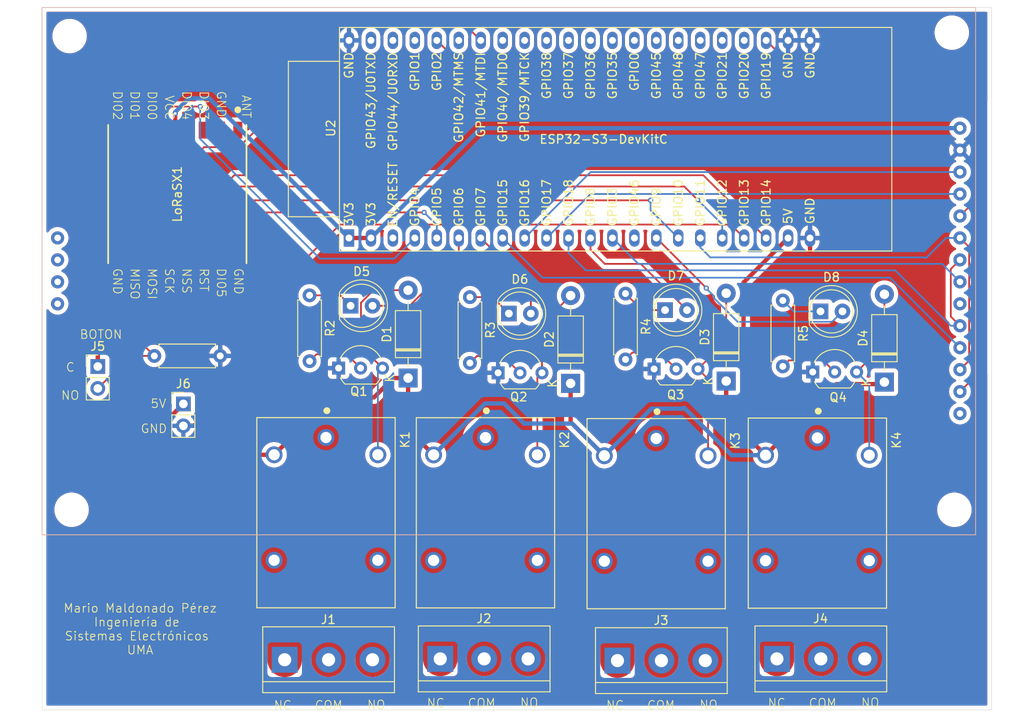
<source format=kicad_pcb>
(kicad_pcb (version 20240108) (generator "pcbnew") (generator_version "8.0")
  (layers (0 "F.Cu" signal) (31 "B.Cu" signal) (34 "B.Paste" user) (35 "F.Paste" user) (36 "B.SilkS" user "B.Silkscreen") (37 "F.SilkS" user "F.Silkscreen") (38 "B.Mask" user) (39 "F.Mask" user) (44 "Edge.Cuts" user))
  (net 0 "")
  (net 1 "/5V")
  (net 2 "Net-(D1-A)")
  (net 3 "Net-(D2-A)")
  (net 4 "Net-(D3-A)")
  (net 5 "Net-(D4-A)")
  (net 6 "Net-(D5-K)")
  (net 7 "/gpio6")
  (net 8 "/gpio7")
  (net 9 "Net-(D6-K)")
  (net 10 "Net-(D7-K)")
  (net 11 "/gpio8")
  (net 12 "Net-(D8-K)")
  (net 13 "/gpio9")
  (net 14 "/RELE13")
  (net 15 "/RELE11")
  (net 16 "/RELE12")
  (net 17 "/RELE23")
  (net 18 "/RELE22")
  (net 19 "/RELE21")
  (net 20 "/RELE33")
  (net 21 "/RELE32")
  (net 22 "/RELE31")
  (net 23 "/3V3")
  (net 24 "/NO")
  (net 25 "/GND")
  (net 27 "/gpio5")
  (net 28 "/gpio13")
  (net 31 "/gpio10")
  (net 34 "/gpio14")
  (net 35 "/gpio12")
  (net 36 "/gpio4")
  (net 40 "Net-(Q1-B)")
  (net 41 "Net-(Q2-B)")
  (net 42 "Net-(Q3-B)")
  (net 43 "Net-(Q4-B)")
  (net 44 "/gpio15")
  (net 47 "/gpio17")
  (net 49 "/gpio11")
  (net 50 "/gpio16")
  (net 51 "/gpio18")
  (net 52 "/gpio19")
  (net 53 "/gpio2")
  (net 56 "/gpio3")
  (net 76 "/RELE42")
  (net 77 "/RELE43")
  (net 78 "/RELE41")
  (footprint "libreria_huellas:R_Axial_DIN0207_L6.3mm_D2.5mm_P7.62mm_Horizontal" (layer "F.Cu") (at 181.35 69.09 -90)
    (property "Reference" "R5" (at 3.81 -2.37 90) (layer "F.SilkS"))
    (property "Value" "R")
    (pad "1" thru_hole circle (at 0 0 270) (size 1.6 1.6) (drill 0.8) (layers "*.Cu" "*.Mask") (net 12 "Net-(D8-K)"))
    (pad "2" thru_hole oval (at 7.62 0 270) (size 1.6 1.6) (drill 0.8) (layers "*.Cu" "*.Mask") (net 43 "Net-(Q4-B)"))
  )
  (footprint "libreria_huellas:PinHeader_1x02_P2.54mm_Vertical" (layer "F.Cu") (at 102.1 76.725)
    (property "Reference" "J5" (at 0 -2.33 0) (layer "F.SilkS"))
    (property "Value" "Conn_01x02")
    (pad "1" thru_hole rect (at 0 0) (size 1.7 1.7) (drill 1) (layers "*.Cu" "*.Mask") (net 23 "/3V3"))
    (pad "2" thru_hole oval (at 0 2.54) (size 1.7 1.7) (drill 1) (layers "*.Cu" "*.Mask") (net 24 "/NO"))
  )
  (footprint "libreria_huellas:LED_D5.0mm" (layer "F.Cu") (at 131.35 69.7)
    (property "Reference" "D5" (at 1.27 -3.96 0) (layer "F.SilkS"))
    (property "Value" "LED")
    (pad "1" thru_hole rect (at 0 0) (size 1.8 1.8) (drill 0.9) (layers "*.Cu" "*.Mask") (net 6 "Net-(D5-K)"))
    (pad "2" thru_hole circle (at 2.54 0) (size 1.8 1.8) (drill 0.9) (layers "*.Cu" "*.Mask") (net 7 "/gpio6"))
  )
  (footprint "libreria_huellas:TO-92_Inline_Wide" (layer "F.Cu") (at 184.81 77.36)
    (property "Reference" "Q4" (at 2.94 2.94 0) (layer "F.SilkS"))
    (property "Value" "2N3904")
    (pad "1" thru_hole rect (at 0 0) (size 1.5 1.5) (drill 0.8) (layers "*.Cu" "*.Mask") (net 25 "/GND"))
    (pad "2" thru_hole circle (at 2.54 0) (size 1.5 1.5) (drill 0.8) (layers "*.Cu" "*.Mask") (net 43 "Net-(Q4-B)"))
    (pad "3" thru_hole circle (at 5.08 0) (size 1.5 1.5) (drill 0.8) (layers "*.Cu" "*.Mask") (net 5 "Net-(D4-A)"))
  )
  (footprint "libreria_huellas:R_Axial_DIN0207_L6.3mm_D2.5mm_P7.62mm_Horizontal" (layer "F.Cu") (at 126.6 68.49 -90)
    (property "Reference" "R2" (at 3.81 -2.37 90) (layer "F.SilkS"))
    (property "Value" "R")
    (pad "1" thru_hole circle (at 0 0 270) (size 1.6 1.6) (drill 0.8) (layers "*.Cu" "*.Mask") (net 6 "Net-(D5-K)"))
    (pad "2" thru_hole oval (at 7.62 0 270) (size 1.6 1.6) (drill 0.8) (layers "*.Cu" "*.Mask") (net 40 "Net-(Q1-B)"))
  )
  (footprint "libreria_huellas:TerminalBlock_bornier-3_P5.08mm" (layer "F.Cu") (at 141.72 110.55)
    (property "Reference" "J2" (at 5.05 -4.65 0) (layer "F.SilkS"))
    (property "Value" "Screw_Terminal_01x03")
    (pad "1" thru_hole rect (at 0 0) (size 3 3) (drill 1.52) (layers "*.Cu" "*.Mask") (net 19 "/RELE21"))
    (pad "2" thru_hole circle (at 5.08 0) (size 3 3) (drill 1.52) (layers "*.Cu" "*.Mask") (net 18 "/RELE22"))
    (pad "3" thru_hole circle (at 10.16 0) (size 3 3) (drill 1.52) (layers "*.Cu" "*.Mask") (net 17 "/RELE23"))
  )
  (footprint "libreria_huellas:RELAY_JS1-5V-F" (layer "F.Cu") (at 146.95 93.65 -90)
    (property "Reference" "K2" (at -8.43925 -9.15041 90) (layer "F.SilkS") (effects (font (size 1.001685 1.001685))))
    (property "Value" "JS1-5V-F")
    (pad "1" thru_hole circle (at -8.7 0 270) (size 1.95 1.95) (drill 1.3) (layers "*.Cu" "*.Mask") (net 18 "/RELE22"))
    (pad "2" thru_hole circle (at -6.7 -6 270) (size 1.95 1.95) (drill 1.3) (layers "*.Cu" "*.Mask") (net 3 "Net-(D2-A)"))
    (pad "3" thru_hole circle (at 5.5 -6 270) (size 1.95 1.95) (drill 1.3) (layers "*.Cu" "*.Mask") (net 17 "/RELE23"))
    (pad "4" thru_hole circle (at 5.5 6 270) (size 1.95 1.95) (drill 1.3) (layers "*.Cu" "*.Mask") (net 19 "/RELE21"))
    (pad "5" thru_hole circle (at -6.7 6 270) (size 1.95 1.95) (drill 1.3) (layers "*.Cu" "*.Mask") (net 1 "/5V"))
  )
  (footprint "libreria_huellas:TO-92_Inline_Wide" (layer "F.Cu") (at 148.41 77.46)
    (property "Reference" "Q2" (at 2.39 2.79 0) (layer "F.SilkS"))
    (property "Value" "2N3904")
    (pad "1" thru_hole rect (at 0 0) (size 1.5 1.5) (drill 0.8) (layers "*.Cu" "*.Mask") (net 25 "/GND"))
    (pad "2" thru_hole circle (at 2.54 0) (size 1.5 1.5) (drill 0.8) (layers "*.Cu" "*.Mask") (net 41 "Net-(Q2-B)"))
    (pad "3" thru_hole circle (at 5.08 0) (size 1.5 1.5) (drill 0.8) (layers "*.Cu" "*.Mask") (net 3 "Net-(D2-A)"))
  )
  (footprint "libreria_huellas:TerminalBlock_bornier-3_P5.08mm" (layer "F.Cu") (at 180.67 110.55)
    (property "Reference" "J4" (at 5.05 -4.65 0) (layer "F.SilkS"))
    (property "Value" "Screw_Terminal_01x03")
    (pad "1" thru_hole rect (at 0 0) (size 3 3) (drill 1.52) (layers "*.Cu" "*.Mask") (net 78 "/RELE41"))
    (pad "2" thru_hole circle (at 5.08 0) (size 3 3) (drill 1.52) (layers "*.Cu" "*.Mask") (net 76 "/RELE42"))
    (pad "3" thru_hole circle (at 10.16 0) (size 3 3) (drill 1.52) (layers "*.Cu" "*.Mask") (net 77 "/RELE43"))
  )
  (footprint "MountingHole:MountingHole_3.5mm" (layer "F.Cu") (at 99.14 93.3)
    (property "Reference" "REF**" (hide yes))
    (property "Value" "MountingHole_3.5mm")
    (pad "" np_thru_hole circle (at -0.07 0) (size 3.5 3.5) (drill 3.5) (layers "F&B.Cu" "*.Mask"))
  )
  (footprint "libreria_huellas:TerminalBlock_bornier-3_P5.08mm" (layer "F.Cu") (at 162.22 110.75)
    (property "Reference" "J3" (at 5.05 -4.65 0) (layer "F.SilkS"))
    (property "Value" "Screw_Terminal_01x03")
    (pad "1" thru_hole rect (at 0 0) (size 3 3) (drill 1.52) (layers "*.Cu" "*.Mask") (net 22 "/RELE31"))
    (pad "2" thru_hole circle (at 5.08 0) (size 3 3) (drill 1.52) (layers "*.Cu" "*.Mask") (net 21 "/RELE32"))
    (pad "3" thru_hole circle (at 10.16 0) (size 3 3) (drill 1.52) (layers "*.Cu" "*.Mask") (net 20 "/RELE33"))
  )
  (footprint "MountingHole:MountingHole_3.5mm" (layer "F.Cu") (at 98.84 38.5)
    (property "Reference" "REF**" (hide yes))
    (property "Value" "MountingHole_3.5mm")
    (pad "" np_thru_hole circle (at 0 0) (size 3.5 3.5) (drill 3.5) (layers "*.Cu" "*.Mask"))
  )
  (footprint "Diode_THT:D_DO-41_SOD81_P10.16mm_Horizontal" (layer "F.Cu") (at 174.8 78.41 90)
    (property "Reference" "D3" (at 5.08 -2.47 90) (layer "F.SilkS"))
    (property "Value" "1N4001")
    (fp_text user "K" (at 0 -2.1 90) (layer "F.SilkS"))
    (pad "1" thru_hole rect (at 0 0 90) (size 2.2 2.2) (drill 1.1) (layers "*.Cu" "*.Mask") (net 1 "/5V"))
    (pad "2" thru_hole oval (at 10.16 0 90) (size 2.2 2.2) (drill 1.1) (layers "*.Cu" "*.Mask") (net 4 "Net-(D3-A)"))
  )
  (footprint "libreria_huellas:RELAY_JS1-5V-F" (layer "F.Cu") (at 128.5 93.6375 -90)
    (property "Reference" "K1" (at -8.43925 -9.15041 90) (layer "F.SilkS") (effects (font (size 1.001685 1.001685))))
    (property "Value" "JS1-5V-F")
    (pad "1" thru_hole circle (at -8.7 0 270) (size 1.95 1.95) (drill 1.3) (layers "*.Cu" "*.Mask") (net 16 "/RELE12"))
    (pad "2" thru_hole circle (at -6.7 -6 270) (size 1.95 1.95) (drill 1.3) (layers "*.Cu" "*.Mask") (net 2 "Net-(D1-A)"))
    (pad "3" thru_hole circle (at 5.5 -6 270) (size 1.95 1.95) (drill 1.3) (layers "*.Cu" "*.Mask") (net 14 "/RELE13"))
    (pad "4" thru_hole circle (at 5.5 6 270) (size 1.95 1.95) (drill 1.3) (layers "*.Cu" "*.Mask") (net 15 "/RELE11"))
    (pad "5" thru_hole circle (at -6.7 6 270) (size 1.95 1.95) (drill 1.3) (layers "*.Cu" "*.Mask") (net 1 "/5V"))
  )
  (footprint "libreria_huellas:TO-92_Inline_Wide" (layer "F.Cu") (at 129.96 76.91)
    (property "Reference" "Q1" (at 2.34 2.69 0) (layer "F.SilkS"))
    (property "Value" "2N3904")
    (pad "1" thru_hole rect (at 0 0) (size 1.5 1.5) (drill 0.8) (layers "*.Cu" "*.Mask") (net 25 "/GND"))
    (pad "2" thru_hole circle (at 2.54 0) (size 1.5 1.5) (drill 0.8) (layers "*.Cu" "*.Mask") (net 40 "Net-(Q1-B)"))
    (pad "3" thru_hole circle (at 5.08 0) (size 1.5 1.5) (drill 0.8) (layers "*.Cu" "*.Mask") (net 2 "Net-(D1-A)"))
  )
  (footprint "Diode_THT:D_DO-41_SOD81_P10.16mm_Horizontal" (layer "F.Cu") (at 156.8 78.68 90)
    (property "Reference" "D2" (at 5.08 -2.47 90) (layer "F.SilkS"))
    (property "Value" "1N4001")
    (fp_text user "K" (at 0 -2.1 90) (layer "F.SilkS"))
    (pad "1" thru_hole rect (at 0 0 90) (size 2.2 2.2) (drill 1.1) (layers "*.Cu" "*.Mask") (net 1 "/5V"))
    (pad "2" thru_hole oval (at 10.16 0 90) (size 2.2 2.2) (drill 1.1) (layers "*.Cu" "*.Mask") (net 3 "Net-(D2-A)"))
  )
  (footprint "libreria_huellas:TerminalBlock_bornier-3_P5.08mm" (layer "F.Cu") (at 123.72 110.65)
    (property "Reference" "J1" (at 5.05 -4.65 0) (layer "F.SilkS"))
    (property "Value" "Screw_Terminal_01x03")
    (pad "1" thru_hole rect (at 0 0) (size 3 3) (drill 1.52) (layers "*.Cu" "*.Mask") (net 15 "/RELE11"))
    (pad "2" thru_hole circle (at 5.08 0) (size 3 3) (drill 1.52) (layers "*.Cu" "*.Mask") (net 16 "/RELE12"))
    (pad "3" thru_hole circle (at 10.16 0) (size 3 3) (drill 1.52) (layers "*.Cu" "*.Mask") (net 14 "/RELE13"))
  )
  (footprint "libreria_huellas:R_Axial_DIN0207_L6.3mm_D2.5mm_P7.62mm_Horizontal" (layer "F.Cu") (at 163.15 68.29 -90)
    (property "Reference" "R4" (at 3.81 -2.37 90) (layer "F.SilkS"))
    (property "Value" "R")
    (pad "1" thru_hole circle (at 0 0 270) (size 1.6 1.6) (drill 0.8) (layers "*.Cu" "*.Mask") (net 10 "Net-(D7-K)"))
    (pad "2" thru_hole oval (at 7.62 0 270) (size 1.6 1.6) (drill 0.8) (layers "*.Cu" "*.Mask") (net 42 "Net-(Q3-B)"))
  )
  (footprint "libreria_huellas:XCVR_RFM95W-868S2" (layer "F.Cu") (at 111.3 56.783273 -90)
    (property "Reference" "LoRaSX1" (at 0 0 90) (layer "F.SilkS") (effects (font (size 1.001913 1.001913))))
    (property "Value" "~")
    (fp_text user "ANT" (at -11.533273 -7.4 -90) (layer "F.SilkS") (effects (font (thickness 0.1)) (justify left bottom)))
    (fp_text user "NSS" (at 8.5 -0.5 -90) (layer "F.SilkS") (effects (font (thickness 0.1)) (justify left bottom)))
    (fp_text user "RST" (at 8.5 -2.5 -90) (layer "F.SilkS") (effects (font (thickness 0.1)) (justify left bottom)))
    (fp_text user "SCK" (at 8.5 1.5 -90) (layer "F.SilkS") (effects (font (thickness 0.1)) (justify left bottom)))
    (fp_text user "MOSI" (at 8.5 3.5 -90) (layer "F.SilkS") (effects (font (thickness 0.1)) (justify left bottom)))
    (fp_text user "GND" (at 8.5 -6.5 -90) (layer "F.SilkS") (effects (font (thickness 0.1)) (justify left bottom)))
    (fp_text user "DI04" (at -12 -0.5 -90) (layer "F.SilkS") (effects (font (thickness 0.1)) (justify left bottom)))
    (fp_text user "GND" (at 8.5 7.5 -90) (layer "F.SilkS") (effects (font (thickness 0.1)) (justify left bottom)))
    (fp_text user "DI00" (at -12 3.5 -90) (layer "F.SilkS") (effects (font (thickness 0.1)) (justify left bottom)))
    (fp_text user "VCC" (at -11.5 1.5 -90) (layer "F.SilkS") (effects (font (thickness 0.1)) (justify left bottom)))
    (fp_text user "DI03" (at -12 -2.5 -90) (layer "F.SilkS") (effects (font (thickness 0.1)) (justify left bottom)))
    (fp_text user "MISO" (at 8.5 5.5 -90) (layer "F.SilkS") (effects (font (thickness 0.1)) (justify left bottom)))
    (fp_text user "DI02" (at -12 7.5 -90) (layer "F.SilkS") (effects (font (thickness 0.1)) (justify left bottom)))
    (fp_text user "GND" (at -12 -4.5 -90) (layer "F.SilkS") (effects (font (thickness 0.1)) (justify left bottom)))
    (fp_text user "DI01" (at -12 5.5 -90) (layer "F.SilkS") (effects (font (thickness 0.1)) (justify left bottom)))
    (fp_text user "DI05" (at 8.5 -4.5 -90) (layer "F.SilkS") (effects (font (thickness 0.1)) (justify left bottom)))
    (pad "1" smd rect (at -7.4 -7 270) (size 1.95 1.05) (layers "F.Cu" "F.Paste" "F.Mask"))
    (pad "2" smd rect (at -7.4 -5 270) (size 1.95 1.05) (layers "F.Cu" "F.Paste" "F.Mask"))
    (pad "3" smd rect (at -7.4 -3 270) (size 1.95 1.05) (layers "F.Cu" "F.Paste" "F.Mask"))
    (pad "4" smd rect (at -7.4 -1 270) (size 1.95 1.05) (layers "F.Cu" "F.Paste" "F.Mask"))
    (pad "5" smd rect (at -7.4 1 270) (size 1.95 1.05) (layers "F.Cu" "F.Paste" "F.Mask") (net 23 "/3V3"))
    (pad "6" smd rect (at -7.4 3 270) (size 1.95 1.05) (layers "F.Cu" "F.Paste" "F.Mask") (net 36 "/gpio4"))
    (pad "7" smd rect (at -7.4 5 270) (size 1.95 1.05) (layers "F.Cu" "F.Paste" "F.Mask"))
    (pad "8" smd rect (at -7.4 7 270) (size 1.95 1.05) (layers "F.Cu" "F.Paste" "F.Mask"))
    (pad "9" smd rect (at 7.4 7 270) (size 1.95 1.05) (layers "F.Cu" "F.Paste" "F.Mask") (net 25 "/GND"))
    (pad "10" smd rect (at 7.4 5 270) (size 1.95 1.05) (layers "F.Cu" "F.Paste" "F.Mask") (net 28 "/gpio13"))
    (pad "11" smd rect (at 7.4 3 270) (size 1.95 1.05) (layers "F.Cu" "F.Paste" "F.Mask") (net 34 "/gpio14"))
    (pad "12" smd rect (at 7.4 1 270) (size 1.95 1.05) (layers "F.Cu" "F.Paste" "F.Mask") (net 35 "/gpio12"))
    (pad "13" smd rect (at 7.4 -1 270) (size 1.95 1.05) (layers "F.Cu" "F.Paste" "F.Mask") (net 31 "/gpio10"))
    (pad "14" smd rect (at 7.4 -3 270) (size 1.95 1.05) (layers "F.Cu" "F.Paste" "F.Mask") (net 27 "/gpio5"))
    (pad "15" smd rect (at 7.4 -5 270) (size 1.95 1.05) (layers "F.Cu" "F.Paste" "F.Mask"))
    (pad "16" smd rect (at 7.4 -7 270) (size 1.95 1.05) (layers "F.Cu" "F.Paste" "F.Mask"))
  )
  (footprint "Diode_THT:D_DO-41_SOD81_P10.16mm_Horizontal" (layer "F.Cu") (at 138 78.06 90)
    (property "Reference" "D1" (at 5.08 -2.47 90) (layer "F.SilkS"))
    (property "Value" "1N4001")
    (fp_text user "K" (at 0 -2.1 90) (layer "F.SilkS"))
    (pad "1" thru_hole rect (at 0 0 90) (size 2.2 2.2) (drill 1.1) (layers "*.Cu" "*.Mask") (net 1 "/5V"))
    (pad "2" thru_hole oval (at 10.16 0 90) (size 2.2 2.2) (drill 1.1) (layers "*.Cu" "*.Mask") (net 2 "Net-(D1-A)"))
  )
  (footprint "libreria_huellas:LED_D5.0mm" (layer "F.Cu") (at 149.66 70.6)
    (property "Reference" "D6" (at 1.27 -3.96 0) (layer "F.SilkS"))
    (property "Value" "LED")
    (pad "1" thru_hole rect (at 0 0) (size 1.8 1.8) (drill 0.9) (layers "*.Cu" "*.Mask") (net 9 "Net-(D6-K)"))
    (pad "2" thru_hole circle (at 2.54 0) (size 1.8 1.8) (drill 0.9) (layers "*.Cu" "*.Mask") (net 8 "/gpio7"))
  )
  (footprint "libreria_huellas:R_Axial_DIN0207_L6.3mm_D2.5mm_P7.62mm_Horizontal" (layer "F.Cu") (at 145.15 68.7 -90)
    (property "Reference" "R3" (at 3.81 -2.37 90) (layer "F.SilkS"))
    (property "Value" "R")
    (pad "1" thru_hole circle (at 0 0 270) (size 1.6 1.6) (drill 0.8) (layers "*.Cu" "*.Mask") (net 9 "Net-(D6-K)"))
    (pad "2" thru_hole oval (at 7.62 0 270) (size 1.6 1.6) (drill 0.8) (layers "*.Cu" "*.Mask") (net 41 "Net-(Q2-B)"))
  )
  (footprint "Diode_THT:D_DO-41_SOD81_P10.16mm_Horizontal" (layer "F.Cu") (at 193.1 78.53 90)
    (property "Reference" "D4" (at 5.08 -2.47 90) (layer "F.SilkS"))
    (property "Value" "1N4001")
    (fp_text user "K" (at 0 -2.1 90) (layer "F.SilkS"))
    (pad "1" thru_hole rect (at 0 0 90) (size 2.2 2.2) (drill 1.1) (layers "*.Cu" "*.Mask") (net 1 "/5V"))
    (pad "2" thru_hole oval (at 10.16 0 90) (size 2.2 2.2) (drill 1.1) (layers "*.Cu" "*.Mask") (net 5 "Net-(D4-A)"))
  )
  (footprint "libreria_huellas:RELAY_JS1-5V-F" (layer "F.Cu") (at 166.7 93.75 -90)
    (property "Reference" "K3" (at -8.43925 -9.15041 90) (layer "F.SilkS") (effects (font (size 1.001685 1.001685))))
    (property "Value" "JS1-5V-F")
    (pad "1" thru_hole circle (at -8.7 0 270) (size 1.95 1.95) (drill 1.3) (layers "*.Cu" "*.Mask") (net 21 "/RELE32"))
    (pad "2" thru_hole circle (at -6.7 -6 270) (size 1.95 1.95) (drill 1.3) (layers "*.Cu" "*.Mask") (net 4 "Net-(D3-A)"))
    (pad "3" thru_hole circle (at 5.5 -6 270) (size 1.95 1.95) (drill 1.3) (layers "*.Cu" "*.Mask") (net 20 "/RELE33"))
    (pad "4" thru_hole circle (at 5.5 6 270) (size 1.95 1.95) (drill 1.3) (layers "*.Cu" "*.Mask") (net 22 "/RELE31"))
    (pad "5" thru_hole circle (at -6.7 6 270) (size 1.95 1.95) (drill 1.3) (layers "*.Cu" "*.Mask") (net 1 "/5V"))
  )
  (footprint "MountingHole:MountingHole_3.5mm" (layer "F.Cu") (at 200.9 38.1)
    (property "Reference" "REF**" (hide yes))
    (property "Value" "MountingHole_3.5mm")
    (pad "" np_thru_hole circle (at 0 0) (size 3.5 3.5) (drill 3.5) (layers "*.Cu" "*.Mask"))
  )
  (footprint "libreria_huellas:PinHeader_1x02_P2.54mm_Vertical" (layer "F.Cu") (at 112 81.05)
    (property "Reference" "J6" (at 0 -2.33 0) (layer "F.SilkS"))
    (property "Value" "Conn_01x02")
    (pad "1" thru_hole rect (at 0 0) (size 1.7 1.7) (drill 1) (layers "*.Cu" "*.Mask") (net 1 "/5V"))
    (pad "2" thru_hole oval (at 0 2.54) (size 1.7 1.7) (drill 1) (layers "*.Cu" "*.Mask") (net 25 "/GND"))
  )
  (footprint "libreria_huellas:LED_D5.0mm" (layer "F.Cu") (at 185.71 70.35)
    (property "Reference" "D8" (at 1.27 -3.96 0) (layer "F.SilkS"))
    (property "Value" "LED")
    (pad "1" thru_hole rect (at 0 0) (size 1.8 1.8) (drill 0.9) (layers "*.Cu" "*.Mask") (net 12 "Net-(D8-K)"))
    (pad "2" thru_hole circle (at 2.54 0) (size 1.8 1.8) (drill 0.9) (layers "*.Cu" "*.Mask") (net 13 "/gpio9"))
  )
  (footprint "libreria_huellas:RELAY_JS1-5V-F" (layer "F.Cu") (at 185.35 93.6875 -90)
    (property "Reference" "K4" (at -8.43925 -9.15041 90) (layer "F.SilkS") (effects (font (size 1.001685 1.001685))))
    (property "Value" "JS1-5V-F")
    (pad "1" thru_hole circle (at -8.7 0 270) (size 1.95 1.95) (drill 1.3) (layers "*.Cu" "*.Mask") (net 76 "/RELE42"))
    (pad "2" thru_hole circle (at -6.7 -6 270) (size 1.95 1.95) (drill 1.3) (layers "*.Cu" "*.Mask") (net 5 "Net-(D4-A)"))
    (pad "3" thru_hole circle (at 5.5 -6 270) (size 1.95 1.95) (drill 1.3) (layers "*.Cu" "*.Mask") (net 77 "/RELE43"))
    (pad "4" thru_hole circle (at 5.5 6 270) (size 1.95 1.95) (drill 1.3) (layers "*.Cu" "*.Mask") (net 78 "/RELE41"))
    (pad "5" thru_hole circle (at -6.7 6 270) (size 1.95 1.95) (drill 1.3) (layers "*.Cu" "*.Mask") (net 1 "/5V"))
  )
  (footprint "libreria_huellas:LED_D5.0mm" (layer "F.Cu") (at 167.725 70.2)
    (property "Reference" "D7" (at 1.27 -3.96 0) (layer "F.SilkS"))
    (property "Value" "LED")
    (pad "1" thru_hole rect (at 0 0) (size 1.8 1.8) (drill 0.9) (layers "*.Cu" "*.Mask") (net 10 "Net-(D7-K)"))
    (pad "2" thru_hole circle (at 2.54 0) (size 1.8 1.8) (drill 0.9) (layers "*.Cu" "*.Mask") (net 11 "/gpio8"))
  )
  (footprint "MountingHole:MountingHole_3.5mm" (layer "F.Cu") (at 201.2 93.3)
    (property "Reference" "REF**" (hide yes))
    (property "Value" "MountingHole_3.5mm")
    (pad "" np_thru_hole circle (at 0 0) (size 3.5 3.5) (drill 3.5) (layers "*.Cu" "*.Mask"))
  )
  (footprint "libreria_huellas:R_Axial_DIN0207_L6.3mm_D2.5mm_P7.62mm_Horizontal" (layer "F.Cu") (at 108.64 75.5)
    (property "Reference" "R1" (hide yes))
    (property "Value" "R" (hide yes))
    (pad "1" thru_hole circle (at 0 0) (size 1.6 1.6) (drill 0.8) (layers "*.Cu" "*.Mask") (net 24 "/NO"))
    (pad "2" thru_hole oval (at 7.62 0) (size 1.6 1.6) (drill 0.8) (layers "*.Cu" "*.Mask") (net 25 "/GND"))
  )
  (footprint "libreria_huellas:ESP32-S3-DevKitC" (layer "F.Cu") (at 131.16 61.86 90)
    (property "Reference" "U2" (at 12.7 -2.1 90) (layer "F.SilkS"))
    (property "Value" "ESP32-S3-DevKitC" (at 11.42632 29.46128 0) (layer "F.SilkS"))
    (fp_text user "GND" (at 1.52032 53.33728 90) (layer "F.SilkS") (effects (justify left)))
    (fp_text user "GPIO13" (at 1.27 45.72 90) (layer "F.SilkS") (effects (justify left)))
    (fp_text user "GPIO20" (at 21.59 45.72 90) (layer "F.SilkS") (effects (justify right)))
    (fp_text user "GND" (at 21.59 53.34 90) (layer "F.SilkS") (effects (justify right)))
    (fp_text user "GPIO4" (at 1.27 7.62 90) (layer "F.SilkS") (effects (justify left)))
    (fp_text user "GPIO9" (at 1.27 35.56 90) (layer "F.SilkS") (effects (justify left)))
    (fp_text user "GPIO21" (at 21.59 43.18 90) (layer "F.SilkS") (effects (justify right)))
    (fp_text user "3V3" (at 1.27 2.54 90) (layer "F.SilkS") (effects (justify left)))
    (fp_text user "3V3" (at 1.27 0 90) (layer "F.SilkS") (effects (justify left)))
    (fp_text user "GPIO36" (at 21.59 27.94 90) (layer "F.SilkS") (effects (justify right)))
    (fp_text user "GPIO6" (at 1.27 12.7 90) (layer "F.SilkS") (effects (justify left)))
    (fp_text user "GPIO46" (at 1.27 33.02 90) (layer "F.SilkS") (effects (justify left)))
    (fp_text user "GPIO2" (at 21.59 10.16 90) (layer "F.SilkS") (effects (justify right)))
    (fp_text user "GPIO12" (at 1.27 43.18 90) (layer "F.SilkS") (effects (justify left)))
    (fp_text user "GND" (at 21.59 50.8 90) (layer "F.SilkS") (effects (justify right)))
    (fp_text user "GPIO42/MTMS" (at 21.59 12.7 90) (layer "F.SilkS") (effects (justify right)))
    (fp_text user "GPIO5" (at 1.27 10.16 90) (layer "F.SilkS") (effects (justify left)))
    (fp_text user "GPIO48" (at 21.59 38.1 90) (layer "F.SilkS") (effects (justify right)))
    (fp_text user "GPIO10" (at 1.27 38.1 90) (layer "F.SilkS") (effects (justify left)))
    (fp_text user "GPIO8" (at 1.27 27.94 90) (layer "F.SilkS") (effects (justify left)))
    (fp_text user "GPIO1" (at 21.59 7.62 90) (layer "F.SilkS") (effects (justify right)))
    (fp_text user "GND" (at 21.59 0 90) (layer "F.SilkS") (effects (justify right)))
    (fp_text user "GPIO14" (at 1.27 48.26 90) (layer "F.SilkS") (effects (justify left)))
    (fp_text user "GPIO47" (at 21.59 40.64 90) (layer "F.SilkS") (effects (justify right)))
    (fp_text user "GPIO38" (at 21.59 22.86 90) (layer "F.SilkS") (effects (justify right)))
    (fp_text user "GPIO45" (at 21.59 35.56 90) (layer "F.SilkS") (effects (justify right)))
    (fp_text user "GPIO39/MTCK" (at 21.59 20.32 90) (layer "F.SilkS") (effects (justify right)))
    (fp_text user "5V" (at 1.52032 50.79728 90) (layer "F.SilkS") (effects (justify left)))
    (fp_text user "GPIO16" (at 1.27 20.32 90) (layer "F.SilkS") (effects (justify left)))
    (fp_text user "GPIO3" (at 1.27 30.48 90) (layer "F.SilkS") (effects (justify left)))
    (fp_text user "GPIO19" (at 21.59 48.26 90) (layer "F.SilkS") (effects (justify right)))
    (fp_text user "GPIO35" (at 21.59 30.48 90) (layer "F.SilkS") (effects (justify right)))
    (fp_text user "GPIO0" (at 21.59 33.02 90) (layer "F.SilkS") (effects (justify right)))
    (fp_text user "GPIO44/U0RXD" (at 21.59 5.08 90) (layer "F.SilkS") (effects (justify right)))
    (fp_text user "GPIO37" (at 21.59 25.4 90) (layer "F.SilkS") (effects (justify right)))
    (fp_text user "EN/RESET" (at 8.88632 5.07728 90) (layer "F.SilkS") (effects (justify right)))
    (fp_text user "GPIO11" (at 1.27 40.64 90) (layer "F.SilkS") (effects (justify left)))
    (fp_text user "GPIO15" (at 1.27 17.78 90) (layer "F.SilkS") (effects (justify left)))
    (fp_text user "GPIO41/MTDI" (at 21.59 15.24 90) (layer "F.SilkS") (effects (justify right)))
    (fp_text user "GPIO17" (at 1.27 22.86 90) (layer "F.SilkS") (effects (justify left)))
    (fp_text user "GPIO43/U0TXD" (at 21.59 2.54 90) (layer "F.SilkS") (effects (justify right)))
    (fp_text user "GPIO7" (at 1.27 15.24 90) (layer "F.SilkS") (effects (justify left)))
    (fp_text user "GPIO18" (at 1.27 25.4 90) (layer "F.SilkS") (effects (justify left)))
    (fp_text user "GPIO40/MTDO" (at 21.59 17.78 90) (layer "F.SilkS") (effects (justify right)))
    (pad "1" thru_hole rect (at 0 0) (size 1.2 2) (drill 0.8) (layers "*.Cu" "*.Mask") (net 23 "/3V3"))
    (pad "2" thru_hole oval (at 0 2.54) (size 1.2 2) (drill 0.8) (layers "*.Cu" "*.Mask") (net 23 "/3V3"))
    (pad "3" thru_hole oval (at 0 5.08) (size 1.2 2) (drill 0.8) (layers "*.Cu" "*.Mask"))
    (pad "4" thru_hole oval (at 0 7.62) (size 1.2 2) (drill 0.8) (layers "*.Cu" "*.Mask") (net 36 "/gpio4"))
    (pad "5" thru_hole oval (at 0 10.16) (size 1.2 2) (drill 0.8) (layers "*.Cu" "*.Mask") (net 27 "/gpio5"))
    (pad "6" thru_hole oval (at 0 12.7) (size 1.2 2) (drill 0.8) (layers "*.Cu" "*.Mask") (net 7 "/gpio6"))
    (pad "7" thru_hole oval (at 0 15.24) (size 1.2 2) (drill 0.8) (layers "*.Cu" "*.Mask") (net 8 "/gpio7"))
    (pad "8" thru_hole oval (at 0 17.78) (size 1.2 2) (drill 0.8) (layers "*.Cu" "*.Mask") (net 44 "/gpio15"))
    (pad "9" thru_hole oval (at 0 20.32) (size 1.2 2) (drill 0.8) (layers "*.Cu" "*.Mask") (net 50 "/gpio16"))
    (pad "10" thru_hole oval (at 0 22.86) (size 1.2 2) (drill 0.8) (layers "*.Cu" "*.Mask") (net 47 "/gpio17"))
    (pad "11" thru_hole oval (at 0 25.4) (size 1.2 2) (drill 0.8) (layers "*.Cu" "*.Mask") (net 51 "/gpio18"))
    (pad "12" thru_hole oval (at 0 27.94) (size 1.2 2) (drill 0.8) (layers "*.Cu" "*.Mask") (net 11 "/gpio8"))
    (pad "13" thru_hole oval (at 0 30.48) (size 1.2 2) (drill 0.8) (layers "*.Cu" "*.Mask") (net 56 "/gpio3"))
    (pad "14" thru_hole oval (at 0 33.02) (size 1.2 2) (drill 0.8) (layers "*.Cu" "*.Mask"))
    (pad "15" thru_hole oval (at 0 35.56) (size 1.2 2) (drill 0.8) (layers "*.Cu" "*.Mask") (net 13 "/gpio9"))
    (pad "16" thru_hole oval (at 0 38.1) (size 1.2 2) (drill 0.8) (layers "*.Cu" "*.Mask") (net 31 "/gpio10"))
    (pad "17" thru_hole oval (at 0 40.64) (size 1.2 2) (drill 0.8) (layers "*.Cu" "*.Mask") (net 49 "/gpio11"))
    (pad "18" thru_hole oval (at 0 43.18) (size 1.2 2) (drill 0.8) (layers "*.Cu" "*.Mask") (net 35 "/gpio12"))
    (pad "19" thru_hole oval (at 0 45.72) (size 1.2 2) (drill 0.8) (layers "*.Cu" "*.Mask") (net 28 "/gpio13"))
    (pad "20" thru_hole oval (at -0.00368 48.25728) (size 1.2 2) (drill 0.8) (layers "*.Cu" "*.Mask") (net 34 "/gpio14"))
    (pad "21" thru_hole oval (at -0.00368 50.79728) (size 1.2 2) (drill 0.8) (layers "*.Cu" "*.Mask") (net 1 "/5V"))
    (pad "22" thru_hole oval (at -0.00368 53.33728) (size 1.2 2) (drill 0.8) (layers "*.Cu" "*.Mask") (net 25 "/GND"))
    (pad "23" thru_hole oval (at 22.86 53.34) (size 1.2 2) (drill 0.8) (layers "*.Cu" "*.Mask") (net 25 "/GND"))
    (pad "24" thru_hole oval (at 22.86 50.8) (size 1.2 2) (drill 0.8) (layers "*.Cu" "*.Mask") (net 25 "/GND"))
    (pad "25" thru_hole oval (at 22.86 48.26) (size 1.2 2) (drill 0.8) (layers "*.Cu" "*.Mask") (net 52 "/gpio19"))
    (pad "26" thru_hole oval (at 22.86 45.72) (size 1.2 2) (drill 0.8) (layers "*.Cu" "*.Mask"))
    (pad "27" thru_hole oval (at 22.86 43.18) (size 1.2 2) (drill 0.8) (layers "*.Cu" "*.Mask"))
    (pad "28" thru_hole oval (at 22.86 40.64) (size 1.2 2) (drill 0.8) (layers "*.Cu" "*.Mask"))
    (pad "29" thru_hole oval (at 22.86 38.1) (size 1.2 2) (drill 0.8) (layers "*.Cu" "*.Mask"))
    (pad "30" thru_hole oval (at 22.86 35.56) (size 1.2 2) (drill 0.8) (layers "*.Cu" "*.Mask"))
    (pad "31" thru_hole oval (at 22.86 33.02) (size 1.2 2) (drill 0.8) (layers "*.Cu" "*.Mask"))
    (pad "32" thru_hole oval (at 22.86 30.48) (size 1.2 2) (drill 0.8) (layers "*.Cu" "*.Mask"))
    (pad "33" thru_hole oval (at 22.86 27.94) (size 1.2 2) (drill 0.8) (layers "*.Cu" "*.Mask"))
    (pad "34" thru_hole oval (at 22.86 25.4) (size 1.2 2) (drill 0.8) (layers "*.Cu" "*.Mask"))
    (pad "35" thru_hole oval (at 22.86 22.86) (size 1.2 2) (drill 0.8) (layers "*.Cu" "*.Mask"))
    (pad "36" thru_hole oval (at 22.86 20.32) (size 1.2 2) (drill 0.8) (layers "*.Cu" "*.Mask"))
    (pad "37" thru_hole oval (at 22.86 17.78) (size 1.2 2) (drill 0.8) (layers "*.Cu" "*.Mask"))
    (pad "38" thru_hole oval (at 22.86 15.24) (size 1.2 2) (drill 0.8) (layers "*.Cu" "*.Mask") (net 24 "/NO"))
    (pad "39" thru_hole oval (at 22.86 12.7) (size 1.2 2) (drill 0.8) (layers "*.Cu" "*.Mask"))
    (pad "40" thru_hole oval (at 22.86 10.16) (size 1.2 2) (drill 0.8) (layers "*.Cu" "*.Mask") (net 53 "/gpio2"))
    (pad "41" thru_hole oval (at 22.86 7.62) (size 1.2 2) (drill 0.8) (layers "*.Cu" "*.Mask"))
    (pad "42" thru_hole oval (at 22.86 5.08) (size 1.2 2) (drill 0.8) (layers "*.Cu" "*.Mask"))
    (pad "43" thru_hole oval (at 22.86 2.54) (size 1.2 2) (drill 0.8) (layers "*.Cu" "*.Mask"))
    (pad "44" thru_hole oval (at 22.86 0) (size 1.2 2) (drill 0.8) (layers "*.Cu" "*.Mask") (net 25 "/GND"))
  )
  (footprint "libreria_huellas:TO-92_Inline_Wide" (layer "F.Cu") (at 166.46 77.01)
    (property "Reference" "Q3" (at 2.49 2.99 0) (layer "F.SilkS"))
    (property "Value" "2N3904")
    (pad "1" thru_hole rect (at 0 0) (size 1.5 1.5) (drill 0.8) (layers "*.Cu" "*.Mask") (net 25 "/GND"))
    (pad "2" thru_hole circle (at 2.54 0) (size 1.5 1.5) (drill 0.8) (layers "*.Cu" "*.Mask") (net 42 "Net-(Q3-B)"))
    (pad "3" thru_hole circle (at 5.08 0) (size 1.5 1.5) (drill 0.8) (layers "*.Cu" "*.Mask") (net 4 "Net-(D3-A)"))
  )
  (footprint "libreria_huellas:ILI9488" (layer "B.Cu") (at 148.6564 55.1952 180)
    (property "Reference" "U1" (hide yes))
    (property "Value" "~" (hide yes))
    (pad "1" thru_hole circle (at -53.1876 6.0452 180) (size 1.524 1.524) (drill 0.762) (layers "*.Cu" "*.Mask") (net 23 "/3V3"))
    (pad "2" thru_hole circle (at -53.1876 3.5052 180) (size 1.524 1.524) (drill 0.762) (layers "*.Cu" "*.Mask") (net 25 "/GND"))
    (pad "3" thru_hole circle (at -53.1876 0.9652 180) (size 1.524 1.524) (drill 0.762) (layers "*.Cu" "*.Mask") (net 50 "/gpio16"))
    (pad "4" thru_hole circle (at -53.1876 -1.5748 180) (size 1.524 1.524) (drill 0.762) (layers "*.Cu" "*.Mask") (net 47 "/gpio17"))
    (pad "5" thru_hole circle (at -53.1876 -4.1148 180) (size 1.524 1.524) (drill 0.762) (layers "*.Cu" "*.Mask") (net 53 "/gpio2"))
    (pad "6" thru_hole circle (at -53.1876 -6.6548 180) (size 1.524 1.524) (drill 0.762) (layers "*.Cu" "*.Mask") (net 49 "/gpio11"))
    (pad "7" thru_hole circle (at -53.1876 -9.1948 180) (size 1.524 1.524) (drill 0.762) (layers "*.Cu" "*.Mask") (net 51 "/gpio18"))
    (pad "8" thru_hole circle (at -53.1876 -11.7348 180) (size 1.524 1.524) (drill 0.762) (layers "*.Cu" "*.Mask") (net 56 "/gpio3"))
    (pad "9" thru_hole circle (at -53.1876 -14.2748 180) (size 1.524 1.524) (drill 0.762) (layers "*.Cu" "*.Mask"))
    (pad "10" thru_hole circle (at -53.1876 -16.8148 180) (size 1.524 1.524) (drill 0.762) (layers "*.Cu" "*.Mask") (net 51 "/gpio18"))
    (pad "11" thru_hole circle (at -53.1876 -19.3548 180) (size 1.524 1.524) (drill 0.762) (layers "*.Cu" "*.Mask") (net 44 "/gpio15"))
    (pad "12" thru_hole circle (at -53.1876 -21.8948 180) (size 1.524 1.524) (drill 0.762) (layers "*.Cu" "*.Mask") (net 49 "/gpio11"))
    (pad "13" thru_hole circle (at -53.1876 -24.4338 180) (size 1.524 1.524) (drill 0.762) (layers "*.Cu" "*.Mask") (net 52 "/gpio19"))
    (pad "14" thru_hole circle (at -53.1876 -26.9748 180) (size 1.524 1.524) (drill 0.762) (layers "*.Cu" "*.Mask"))
    (pad "15" thru_hole circle (at 51.2064 -6.6548 180) (size 1.524 1.524) (drill 0.762) (layers "*.Cu" "*.Mask"))
    (pad "16" thru_hole circle (at 51.2064 -9.1948 180) (size 1.524 1.524) (drill 0.762) (layers "*.Cu" "*.Mask"))
    (pad "17" thru_hole circle (at 51.2064 -11.7348 180) (size 1.524 1.524) (drill 0.762) (layers "*.Cu" "*.Mask"))
    (pad "18" thru_hole circle (at 51.2064 -14.2748 180) (size 1.524 1.524) (drill 0.762) (layers "*.Cu" "*.Mask"))
  )
  (gr_rect (start 95.6564 35.1952) (end 205.5 116.45) (stroke (width 0.05)) (fill none) (layer "Edge.Cuts"))
  (gr_text "COM" (at 127.15 116.5 0) (layer "F.SilkS") (effects (font (size 1 1) (thickness 0.1)) (justify left bottom)))
  (gr_text "COM" (at 144.85 116.25 0) (layer "F.SilkS") (effects (font (size 1 1) (thickness 0.1)) (justify left bottom)))
  (gr_text "COM" (at 184.3 116.25 0) (layer "F.SilkS") (effects (font (size 1 1) (thickness 0.1)) (justify left bottom)))
  (gr_text "NC" (at 179.55 116.25 0) (layer "F.SilkS") (effects (font (size 1 1) (thickness 0.1)) (justify left bottom)))
  (gr_text "5V" (at 108.15 81.6 0) (layer "F.SilkS") (effects (font (size 1 1) (thickness 0.1)) (justify left bottom)))
  (gr_text "C" (at 98.35 77.4 0) (layer "F.SilkS") (effects (font (size 1 1) (thickness 0.1)) (justify left bottom)))
  (gr_text "Mario Maldonado Pérez\nIngeniería de \nSistemas Electrónicos \nUMA" (at 107 110.1 0) (layer "F.SilkS") (effects (font (size 1 1) (thickness 0.1)) (justify bottom)))
  (gr_text "NO" (at 97.8 80.65 0) (layer "F.SilkS") (effects (font (size 1 1) (thickness 0.1)) (justify left bottom)))
  (gr_text "GND" (at 107 84.5 0) (layer "F.SilkS") (effects (font (size 1 1) (thickness 0.1)) (justify left bottom)))
  (gr_text "NC" (at 122.4 116.5 0) (layer "F.SilkS") (effects (font (size 1 1) (thickness 0.1)) (justify left bottom)))
  (gr_text "BOTON" (at 99.95 73.6 0) (layer "F.SilkS") (effects (font (size 1 1) (thickness 0.1)) (justify left bottom)))
  (gr_text "NC" (at 140.1 116.25 0) (layer "F.SilkS") (effects (font (size 1 1) (thickness 0.1)) (justify left bottom)))
  (gr_text "NO" (at 133.2 116.45 0) (layer "F.SilkS") (effects (font (size 1 1) (thickness 0.1)) (justify left bottom)))
  (gr_text "NC" (at 160.85 116.5 0) (layer "F.SilkS") (effects (font (size 1 1) (thickness 0.1)) (justify left bottom)))
  (gr_text "COM" (at 165.6 116.5 0) (layer "F.SilkS") (effects (font (size 1 1) (thickness 0.1)) (justify left bottom)))
  (gr_text "NO" (at 150.9 116.2 0) (layer "F.SilkS") (effects (font (size 1 1) (thickness 0.1)) (justify left bottom)))
  (gr_text "NO" (at 171.65 116.45 0) (layer "F.SilkS") (effects (font (size 1 1) (thickness 0.1)) (justify left bottom)))
  (gr_text "NO" (at 190.35 116.2 0) (layer "F.SilkS") (effects (font (size 1 1) (thickness 0.1)) (justify left bottom)))
  (segment (start 110.4 84.55) (end 112.7875 86.9375) (width 0.5) (layer "F.Cu") (net 1))
  (segment (start 110.4 82.65) (end 110.4 84.55) (width 0.5) (layer "F.Cu") (net 1))
  (segment (start 138 78.06) (end 138 84) (width 0.5) (layer "F.Cu") (net 1))
  (segment (start 176.80625 67.01471) (end 176.80625 84.44375) (width 0.5) (layer "F.Cu") (net 1))
  (segment (start 112.7875 86.9375) (end 122.5 86.9375) (width 0.5) (layer "F.Cu") (net 1))
  (segment (start 134.05 80.3) (end 136.29 78.06) (width 0.5) (layer "F.Cu") (net 1))
  (segment (start 193.1 78.53) (end 192.87 78.76) (width 0.5) (layer "F.Cu") (net 1))
  (segment (start 156.8 83.15) (end 160.7 87.05) (width 0.5) (layer "F.Cu") (net 1))
  (segment (start 174.8 78.41) (end 174.8 82.4375) (width 0.5) (layer "F.Cu") (net 1))
  (segment (start 112 81.05) (end 110.4 82.65) (width 0.5) (layer "F.Cu") (net 1))
  (segment (start 138 84) (end 140.95 86.95) (width 0.5) (layer "F.Cu") (net 1))
  (segment (start 156.8 78.68) (end 156.8 83.15) (width 0.5) (layer "F.Cu") (net 1))
  (segment (start 136.29 78.06) (end 138 78.06) (width 0.5) (layer "F.Cu") (net 1))
  (segment (start 129.1375 80.3) (end 134.05 80.3) (width 0.5) (layer "F.Cu") (net 1))
  (segment (start 174.8 82.4375) (end 176.80625 84.44375) (width 0.5) (layer "F.Cu") (net 1))
  (segment (start 122.5 86.9375) (end 129.1375 80.3) (width 0.5) (layer "F.Cu") (net 1))
  (segment (start 181.95728 61.86368) (end 176.80625 67.01471) (width 0.5) (layer "F.Cu") (net 1))
  (segment (start 187.5775 78.76) (end 179.35 86.9875) (width 0.5) (layer "F.Cu") (net 1))
  (segment (start 192.87 78.76) (end 187.5775 78.76) (width 0.5) (layer "F.Cu") (net 1))
  (segment (start 176.80625 84.44375) (end 179.35 86.9875) (width 0.5) (layer "F.Cu") (net 1))
  (segment (start 146.9 81) (end 140.95 86.95) (width 0.5) (layer "B.Cu") (net 1))
  (segment (start 149.1 81) (end 146.9 81) (width 0.5) (layer "B.Cu") (net 1))
  (segment (start 175.4375 86.9875) (end 169.95 81.5) (width 0.5) (layer "B.Cu") (net 1))
  (segment (start 169.95 81.5) (end 169.85 81.6) (width 0.5) (layer "B.Cu") (net 1))
  (segment (start 169.85 81.6) (end 166.15 81.6) (width 0.5) (layer "B.Cu") (net 1))
  (segment (start 151.425 83.325) (end 149.1 81) (width 0.5) (layer "B.Cu") (net 1))
  (segment (start 160.7 87.05) (end 156.975 83.325) (width 0.5) (layer "B.Cu") (net 1))
  (segment (start 156.975 83.325) (end 151.425 83.325) (width 0.5) (layer "B.Cu") (net 1))
  (segment (start 179.35 86.9875) (end 175.4375 86.9875) (width 0.5) (layer "B.Cu") (net 1))
  (segment (start 166.15 81.6) (end 160.7 87.05) (width 0.5) (layer "B.Cu") (net 1))
  (segment (start 132.55 74.42) (end 135.04 76.91) (width 0.2) (layer "F.Cu") (net 2))
  (segment (start 138 67.9) (end 133.992943 67.9) (width 0.2) (layer "F.Cu") (net 2))
  (segment (start 133.992943 67.9) (end 132.55 69.342943) (width 0.2) (layer "F.Cu") (net 2))
  (segment (start 132.55 69.342943) (end 132.55 74.42) (width 0.2) (layer "F.Cu") (net 2))
  (segment (start 134.5 77.45) (end 135.04 76.91) (width 0.2) (layer "B.Cu") (net 2))
  (segment (start 134.5 86.9375) (end 134.5 77.45) (width 0.2) (layer "B.Cu") (net 2))
  (segment (start 152.95 86.95) (end 152.95 78) (width 0.2) (layer "F.Cu") (net 3))
  (segment (start 153.49 77.46) (end 153.49 71.83) (width 0.2) (layer "F.Cu") (net 3))
  (segment (start 153.49 71.83) (end 156.8 68.52) (width 0.2) (layer "F.Cu") (net 3))
  (segment (start 152.95 78) (end 153.49 77.46) (width 0.2) (layer "F.Cu") (net 3))
  (segment (start 172.7 78.17) (end 171.54 77.01) (width 0.2) (layer "F.Cu") (net 4))
  (segment (start 172.7 87.05) (end 172.7 78.17) (width 0.2) (layer "F.Cu") (net 4))
  (segment (start 174.8 73.75) (end 174.8 68.25) (width 0.2) (layer "F.Cu") (net 4))
  (segment (start 171.54 77.01) (end 174.8 73.75) (width 0.2) (layer "F.Cu") (net 4))
  (segment (start 193.1 74.15) (end 189.89 77.36) (width 0.2) (layer "F.Cu") (net 5))
  (segment (start 193.1 68.37) (end 193.1 74.15) (width 0.2) (layer "F.Cu") (net 5))
  (segment (start 191.35 86.9875) (end 191.35 78.82) (width 0.2) (layer "B.Cu") (net 5))
  (segment (start 191.35 78.82) (end 189.89 77.36) (width 0.2) (layer "B.Cu") (net 5))
  (segment (start 130.14 68.49) (end 131.35 69.7) (width 0.2) (layer "F.Cu") (net 6))
  (segment (start 126.6 68.49) (end 130.14 68.49) (width 0.2) (layer "F.Cu") (net 6))
  (segment (start 134.1 69.91) (end 134.1 69.95) (width 0.2) (layer "F.Cu") (net 7))
  (segment (start 143.86 64.019899) (end 143.86 61.86) (width 0.2) (layer "F.Cu") (net 7))
  (segment (start 133.89 69.7) (end 134.1 69.91) (width 0.2) (layer "F.Cu") (net 7))
  (segment (start 138.179899 69.7) (end 143.86 64.019899) (width 0.2) (layer "F.Cu") (net 7))
  (segment (start 133.89 69.7) (end 138.179899 69.7) (width 0.2) (layer "F.Cu") (net 7))
  (segment (start 152.2 67.66) (end 146.4 61.86) (width 0.2) (layer "F.Cu") (net 8))
  (segment (start 152.2 70.6) (end 152.2 67.66) (width 0.2) (layer "F.Cu") (net 8))
  (segment (start 145.15 68.7) (end 147.76 68.7) (width 0.2) (layer "F.Cu") (net 9))
  (segment (start 147.76 68.7) (end 149.66 70.6) (width 0.2) (layer "F.Cu") (net 9))
  (segment (start 165.06 70.2) (end 163.15 68.29) (width 0.2) (layer "F.Cu") (net 10))
  (segment (start 167.725 70.2) (end 165.06 70.2) (width 0.2) (layer "F.Cu") (net 10))
  (segment (start 160.75 64.85) (end 159.1 63.2) (width 0.2) (layer "F.Cu") (net 11))
  (segment (start 159.1 63.2) (end 159.1 61.86) (width 0.2) (layer "F.Cu") (net 11))
  (segment (start 164.915 64.85) (end 160.75 64.85) (width 0.2) (layer "F.Cu") (net 11))
  (segment (start 170.265 70.2) (end 164.915 64.85) (width 0.2) (layer "F.Cu") (net 11))
  (segment (start 182.61 70.35) (end 181.35 69.09) (width 0.2) (layer "B.Cu") (net 12))
  (segment (start 185.71 70.35) (end 182.61 70.35) (width 0.2) (layer "B.Cu") (net 12))
  (segment (start 171.71 66.86) (end 171.71 66.85) (width 0.2) (layer "F.Cu") (net 13))
  (segment (start 172.5 67.65) (end 171.71 66.86) (width 0.2) (layer "F.Cu") (net 13))
  (segment (start 171.71 66.85) (end 166.72 61.86) (width 0.2) (layer "F.Cu") (net 13))
  (via (at 172.5 67.65) (size 0.6) (drill 0.3) (layers "F.Cu" "B.Cu") (net 13))
  (segment (start 173.4 68.829899) (end 176.120101 71.55) (width 0.2) (layer "B.Cu") (net 13))
  (segment (start 172.5 67.65) (end 172.5 67.7) (width 0.2) (layer "B.Cu") (net 13))
  (segment (start 187.05 71.55) (end 188.25 70.35) (width 0.2) (layer "B.Cu") (net 13))
  (segment (start 176.120101 71.55) (end 187.05 71.55) (width 0.2) (layer "B.Cu") (net 13))
  (segment (start 173.4 68.6) (end 173.4 68.829899) (width 0.2) (layer "B.Cu") (net 13))
  (segment (start 172.5 67.7) (end 173.4 68.6) (width 0.2) (layer "B.Cu") (net 13))
  (segment (start 133.88 110.65) (end 133.88 99.7575) (width 4) (layer "F.Cu") (net 14))
  (segment (start 133.88 99.7575) (end 134.5 99.1375) (width 4) (layer "F.Cu") (net 14))
  (segment (start 123.72 110.65) (end 123.72 100.3575) (width 4) (layer "F.Cu") (net 15))
  (segment (start 123.72 100.3575) (end 122.5 99.1375) (width 4) (layer "F.Cu") (net 15))
  (segment (start 128.8 110.65) (end 128.8 85.2375) (width 4) (layer "F.Cu") (net 16))
  (segment (start 128.8 85.2375) (end 128.5 84.9375) (width 4) (layer "F.Cu") (net 16))
  (segment (start 151.88 100.22) (end 152.95 99.15) (width 4) (layer "F.Cu") (net 17))
  (segment (start 151.88 110.55) (end 151.88 100.22) (width 4) (layer "F.Cu") (net 17))
  (segment (start 146.8 110.55) (end 146.8 85.1) (width 4) (layer "F.Cu") (net 18))
  (segment (start 146.8 85.1) (end 146.95 84.95) (width 4) (layer "F.Cu") (net 18))
  (segment (start 141.72 110.55) (end 141.72 99.92) (width 4) (layer "F.Cu") (net 19))
  (segment (start 141.72 99.92) (end 140.95 99.15) (width 4) (layer "F.Cu") (net 19))
  (segment (start 172.38 110.75) (end 172.38 99.57) (width 4) (layer "F.Cu") (net 20))
  (segment (start 172.38 99.57) (end 172.7 99.25) (width 4) (layer "F.Cu") (net 20))
  (segment (start 167.3 110.75) (end 167.3 85.65) (width 4) (layer "F.Cu") (net 21))
  (segment (start 167.3 85.65) (end 166.7 85.05) (width 4) (layer "F.Cu") (net 21))
  (segment (start 162.22 100.77) (end 160.7 99.25) (width 4) (layer "F.Cu") (net 22))
  (segment (start 162.22 110.75) (end 162.22 100.77) (width 4) (layer "F.Cu") (net 22))
  (segment (start 102.1 58.033273) (end 110.3 49.833273) (width 0.5) (layer "F.Cu") (net 23))
  (segment (start 133.7 61.86) (end 131.16 61.86) (width 0.5) (layer "F.Cu") (net 23))
  (segment (start 110.3 49.833273) (end 110.3 49.383273) (width 0.5) (layer "F.Cu") (net 23))
  (segment (start 102.1 76.725) (end 102.1 58.033273) (width 0.5) (layer "F.Cu") (net 23))
  (segment (start 111.057322 48.625951) (end 110.3 49.383273) (width 0.5) (layer "F.Cu") (net 23))
  (segment (start 111.057322 47.45) (end 111.057322 48.625951) (width 0.5) (layer "F.Cu") (net 23))
  (via (at 111.057322 47.45) (size 0.6) (drill 0.3) (layers "F.Cu" "B.Cu") (net 23))
  (segment (start 201.844 49.15) (end 146.41 49.15) (width 0.5) (layer "B.Cu") (net 23))
  (segment (start 131.16 61.86) (end 115 45.7) (width 0.5) (layer "B.Cu") (net 23))
  (segment (start 146.41 49.15) (end 133.7 61.86) (width 0.5) (layer "B.Cu") (net 23))
  (segment (start 111.057322 47.307322) (end 111.057322 47.45) (width 0.5) (layer "B.Cu") (net 23))
  (segment (start 115 45.7) (end 112.65 45.7) (width 0.5) (layer "B.Cu") (net 23))
  (segment (start 112.65 45.7) (end 111.05 47.3) (width 0.5) (layer "B.Cu") (net 23))
  (segment (start 111.05 47.3) (end 111.057322 47.307322) (width 0.5) (layer "B.Cu") (net 23))
  (segment (start 103.175 70.035) (end 103.175 62.572918) (width 0.2) (layer "F.Cu") (net 24))
  (segment (start 108.64 75.5) (end 105.865 75.5) (width 0.2) (layer "F.Cu") (net 24))
  (segment (start 144.8 37.4) (end 146.4 39) (width 0.2) (layer "F.Cu") (net 24))
  (segment (start 105.865 75.5) (end 102.1 79.265) (width 0.2) (layer "F.Cu") (net 24))
  (segment (start 103.175 62.572918) (end 114.397918 51.35) (width 0.2) (layer "F.Cu") (net 24))
  (segment (start 130.662944 37.4) (end 144.8 37.4) (width 0.2) (layer "F.Cu") (net 24))
  (segment (start 118.433273 51.35) (end 129.96 39.823273) (width 0.2) (layer "F.Cu") (net 24))
  (segment (start 129.96 39.823273) (end 129.96 38.102944) (width 0.2) (layer "F.Cu") (net 24))
  (segment (start 108.64 75.5) (end 103.175 70.035) (width 0.2) (layer "F.Cu") (net 24))
  (segment (start 129.96 38.102944) (end 130.662944 37.4) (width 0.2) (layer "F.Cu") (net 24))
  (segment (start 114.397918 51.35) (end 118.433273 51.35) (width 0.2) (layer "F.Cu") (net 24))
  (segment (start 113.202081 83.59) (end 116.26 80.532081) (width 0.5) (layer "F.Cu") (net 25))
  (segment (start 129.24 76.91) (end 129.96 76.91) (width 0.5) (layer "F.Cu") (net 25))
  (segment (start 116.26 80.532081) (end 116.26 75.5) (width 0.5) (layer "F.Cu") (net 25))
  (segment (start 112 83.59) (end 113.202081 83.59) (width 0.5) (layer "F.Cu") (net 25))
  (segment (start 203.356 43.756) (end 203.356 50.178) (width 0.5) (layer "B.Cu") (net 25))
  (segment (start 148.41 77.46) (end 148 77.87) (width 0.5) (layer "B.Cu") (net 25))
  (segment (start 203.356 50.178) (end 201.844 51.69) (width 0.5) (layer "B.Cu") (net 25))
  (segment (start 184.5 39) (end 198.6 39) (width 0.5) (layer "B.Cu") (net 25))
  (segment (start 198.6 39) (end 203.356 43.756) (width 0.5) (layer "B.Cu") (net 25))
  (segment (start 181.96 39) (end 184.5 39) (width 0.5) (layer "B.Cu") (net 25))
  (segment (start 119.583273 58.9) (end 139.85 58.9) (width 0.2) (layer "F.Cu") (net 27))
  (segment (start 114.3 64.183273) (end 119.583273 58.9) (width 0.2) (layer "F.Cu") (net 27))
  (via (at 139.85 58.9) (size 0.6) (drill 0.3) (layers "F.Cu" "B.Cu") (net 27))
  (segment (start 141.32 60.37) (end 141.32 61.86) (width 0.2) (layer "B.Cu") (net 27))
  (segment (start 139.85 58.9) (end 141.32 60.37) (width 0.2) (layer "B.Cu") (net 27))
  (segment (start 130.12 60.3) (end 175.32 60.3) (width 0.2) (layer "F.Cu") (net 28))
  (segment (start 108.516727 66.4) (end 124.02 66.4) (width 0.2) (layer "F.Cu") (net 28))
  (segment (start 175.32 60.3) (end 176.88 61.86) (width 0.2) (layer "F.Cu") (net 28))
  (segment (start 106.3 64.183273) (end 106.3 63.733273) (width 0.2) (layer "F.Cu") (net 28))
  (segment (start 106.3 64.183273) (end 108.516727 66.4) (width 0.2) (layer "F.Cu") (net 28))
  (segment (start 124.02 66.4) (end 130.12 60.3) (width 0.2) (layer "F.Cu") (net 28))
  (segment (start 118.983273 57.5) (end 166.05 57.5) (width 0.2) (layer "F.Cu") (net 31))
  (segment (start 112.3 64.183273) (end 118.983273 57.5) (width 0.2) (layer "F.Cu") (net 31))
  (via (at 166.05 57.5) (size 0.6) (drill 0.3) (layers "F.Cu" "B.Cu") (net 31))
  (segment (start 166.05 57.5) (end 166.05 58.65) (width 0.2) (layer "B.Cu") (net 31))
  (segment (start 166.05 58.65) (end 169.26 61.86) (width 0.2) (layer "B.Cu") (net 31))
  (segment (start 117.883273 54.6) (end 172.1536 54.6) (width 0.2) (layer "F.Cu") (net 34))
  (segment (start 172.1536 54.6) (end 179.41728 61.86368) (width 0.2) (layer "F.Cu") (net 34))
  (segment (start 108.3 64.183273) (end 117.883273 54.6) (width 0.2) (layer "F.Cu") (net 34))
  (segment (start 110.3 64.183273) (end 118.583273 55.9) (width 0.2) (layer "F.Cu") (net 35))
  (segment (start 169.95 55.9) (end 171.5 57.45) (width 0.2) (layer "F.Cu") (net 35))
  (segment (start 118.583273 55.9) (end 169.95 55.9) (width 0.2) (layer "F.Cu") (net 35))
  (via (at 171.5 57.45) (size 0.6) (drill 0.3) (layers "F.Cu" "B.Cu") (net 35))
  (segment (start 171.5 57.45) (end 174.34 60.29) (width 0.2) (layer "B.Cu") (net 35))
  (segment (start 174.34 60.29) (end 174.34 61.86) (width 0.2) (layer "B.Cu") (net 35))
  (segment (start 108.3 49.383273) (end 108.3 48.933273) (width 0.2) (layer "F.Cu") (net 36))
  (segment (start 110.583273 46.65) (end 113.95 46.65) (width 0.2) (layer "F.Cu") (net 36))
  (segment (start 108.3 48.933273) (end 110.583273 46.65) (width 0.2) (layer "F.Cu") (net 36))
  (via (at 113.95 46.65) (size 0.6) (drill 0.3) (layers "F.Cu" "B.Cu") (net 36))
  (segment (start 138.78 61.86) (end 136.39 64.25) (width 0.2) (layer "B.Cu") (net 36))
  (segment (start 136.39 64.25) (end 127.8 64.25) (width 0.2) (layer "B.Cu") (net 36))
  (segment (start 113.95 50.4) (end 113.95 46.65) (width 0.2) (layer "B.Cu") (net 36))
  (segment (start 127.8 64.25) (end 113.95 50.4) (width 0.2) (layer "B.Cu") (net 36))
  (segment (start 126.6 76.11) (end 127.399999 75.310001) (width 0.2) (layer "F.Cu") (net 40))
  (segment (start 127.399999 75.310001) (end 130.900001 75.310001) (width 0.2) (layer "F.Cu") (net 40))
  (segment (start 130.900001 75.310001) (end 132.5 76.91) (width 0.2) (layer "F.Cu") (net 40))
  (segment (start 149.010001 75.520001) (end 150.95 77.46) (width 0.2) (layer "F.Cu") (net 41))
  (segment (start 145.949999 75.520001) (end 149.010001 75.520001) (width 0.2) (layer "F.Cu") (net 41))
  (segment (start 145.15 76.32) (end 145.949999 75.520001) (width 0.2) (layer "F.Cu") (net 41))
  (segment (start 163.949999 75.110001) (end 167.100001 75.110001) (width 0.2) (layer "F.Cu") (net 42))
  (segment (start 163.15 75.91) (end 163.949999 75.110001) (width 0.2) (layer "F.Cu") (net 42))
  (segment (start 167.100001 75.110001) (end 169 77.01) (width 0.2) (layer "F.Cu") (net 42))
  (segment (start 182.05 76.01) (end 181.35 76.71) (width 0.2) (layer "F.Cu") (net 43))
  (segment (start 186 76.01) (end 182.05 76.01) (width 0.2) (layer "F.Cu") (net 43))
  (segment (start 187.35 77.36) (end 186 76.01) (width 0.2) (layer "F.Cu") (net 43))
  (segment (start 153.53 66.45) (end 148.94 61.86) (width 0.2) (layer "B.Cu") (net 44))
  (segment (start 193.744 66.45) (end 153.53 66.45) (width 0.2) (layer "B.Cu") (net 44))
  (segment (start 201.844 74.55) (end 193.744 66.45) (width 0.2) (layer "B.Cu") (net 44))
  (segment (start 159.11 56.77) (end 154.02 61.86) (width 0.2) (layer "B.Cu") (net 47))
  (segment (start 201.844 56.77) (end 159.11 56.77) (width 0.2) (layer "B.Cu") (net 47))
  (segment (start 202.906 62.912) (end 201.844 61.85) (width 0.2) (layer "F.Cu") (net 49))
  (segment (start 202.906 76.028) (end 202.906 62.912) (width 0.2) (layer "F.Cu") (net 49))
  (segment (start 201.844 77.09) (end 202.906 76.028) (width 0.2) (layer "F.Cu") (net 49))
  (segment (start 201.844 61.85) (end 200.25 61.85) (width 0.2) (layer "B.Cu") (net 49))
  (segment (start 197.95 64.15) (end 197.75 64.15) (width 0.2) (layer "B.Cu") (net 49))
  (segment (start 172.95 64.1) (end 171.8 62.95) (width 0.2) (layer "B.Cu") (net 49))
  (segment (start 171.8 62.95) (end 171.8 61.86) (width 0.2) (layer "B.Cu") (net 49))
  (segment (start 197.75 64.15) (end 197.7 64.1) (width 0.2) (layer "B.Cu") (net 49))
  (segment (start 197.7 64.1) (end 172.95 64.1) (width 0.2) (layer "B.Cu") (net 49))
  (segment (start 200.25 61.85) (end 197.95 64.15) (width 0.2) (layer "B.Cu") (net 49))
  (segment (start 201.844 54.23) (end 159.11 54.23) (width 0.2) (layer "B.Cu") (net 50))
  (segment (start 159.11 54.23) (end 151.48 61.86) (width 0.2) (layer "B.Cu") (net 50))
  (segment (start 200.782 70.948) (end 200.782 65.452) (width 0.2) (layer "F.Cu") (net 51))
  (segment (start 201.844 72.01) (end 200.782 70.948) (width 0.2) (layer "F.Cu") (net 51))
  (segment (start 200.782 65.452) (end 201.844 64.39) (width 0.2) (layer "F.Cu") (net 51))
  (segment (start 200.76637 72.01) (end 194.35637 65.6) (width 0.2) (layer "B.Cu") (net 51))
  (segment (start 156.56 63.61) (end 156.56 61.86) (width 0.2) (layer "B.Cu") (net 51))
  (segment (start 194.35637 65.6) (end 158.55 65.6) (width 0.2) (layer "B.Cu") (net 51))
  (segment (start 201.844 72.01) (end 200.76637 72.01) (width 0.2) (layer "B.Cu") (net 51))
  (segment (start 158.55 65.6) (end 156.56 63.61) (width 0.2) (layer "B.Cu") (net 51))
  (segment (start 204.55 76.923) (end 204.55 46.7) (width 0.2) (layer "F.Cu") (net 52))
  (segment (start 202.95 45.1) (end 185.52 45.1) (width 0.2) (layer "F.Cu") (net 52))
  (segment (start 185.52 45.1) (end 179.42 39) (width 0.2) (layer "F.Cu") (net 52))
  (segment (start 204.55 46.7) (end 202.95 45.1) (width 0.2) (layer "F.Cu") (net 52))
  (segment (start 201.844 79.629) (end 204.55 76.923) (width 0.2) (layer "F.Cu") (net 52))
  (segment (start 201.3 45.95) (end 148.27 45.95) (width 0.2) (layer "F.Cu") (net 53))
  (segment (start 201.844 59.31) (end 203.45 57.704) (width 0.2) (layer "F.Cu") (net 53))
  (segment (start 203.45 57.704) (end 203.45 48.1) (width 0.2) (layer "F.Cu") (net 53))
  (segment (start 148.27 45.95) (end 141.32 39) (width 0.2) (layer "F.Cu") (net 53))
  (segment (start 203.45 48.1) (end 201.3 45.95) (width 0.2) (layer "F.Cu") (net 53))
  (segment (start 164.63 64.85) (end 161.64 61.86) (width 0.2) (layer "B.Cu") (net 56))
  (segment (start 199.764 64.85) (end 164.63 64.85) (width 0.2) (layer "B.Cu") (net 56))
  (segment (start 201.844 66.93) (end 199.764 64.85) (width 0.2) (layer "B.Cu") (net 56))
  (segment (start 185.75 85.3875) (end 185.35 84.9875) (width 4) (layer "F.Cu") (net 76))
  (segment (start 185.75 110.55) (end 185.75 85.3875) (width 4) (layer "F.Cu") (net 76))
  (segment (start 190.83 99.7075) (end 191.35 99.1875) (width 4) (layer "F.Cu") (net 77))
  (segment (start 190.83 110.55) (end 190.83 99.7075) (width 4) (layer "F.Cu") (net 77))
  (segment (start 180.67 110.55) (end 180.67 100.5075) (width 4) (layer "F.Cu") (net 78))
  (segment (start 180.67 100.5075) (end 179.35 99.1875) (width 4) (layer "F.Cu") (net 78))
  (zone (net 25) (net_name "/GND") (layer "F.Cu") (connect_pads (clearance 0.5)) (min_thickness 0.25) (fill yes (thermal_gap 0.5) (thermal_bridge_width 0.5))
    (polygon (pts (xy 95.6564 35.1952) (xy 95.6564 116.45) (xy 205.5 116.45) (xy 205.5 35.1952)))
  )
  (zone (net 25) (net_name "/GND") (layer "B.Cu") (priority 1) (connect_pads (clearance 0.5)) (min_thickness 0.25) (fill yes (thermal_gap 0.5) (thermal_bridge_width 0.5))
    (polygon (pts (xy 95.6564 35.1952) (xy 95.6564 116.45) (xy 205.5 116.45) (xy 205.5 35.1952)))
  )
)
</source>
